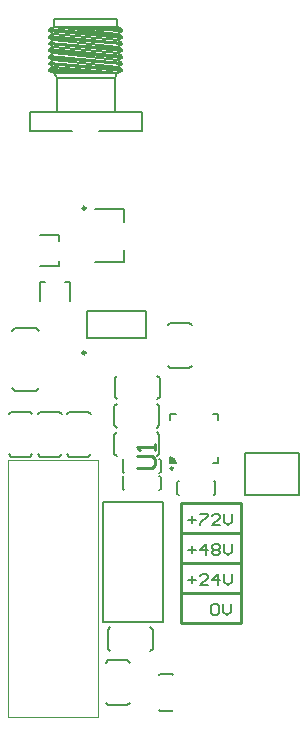
<source format=gto>
%FSAX24Y24*%
%MOIN*%
G70*
G01*
G75*
G04 Layer_Color=65535*
G04:AMPARAMS|DCode=10|XSize=17.7mil|YSize=43.3mil|CornerRadius=4.4mil|HoleSize=0mil|Usage=FLASHONLY|Rotation=180.000|XOffset=0mil|YOffset=0mil|HoleType=Round|Shape=RoundedRectangle|*
%AMROUNDEDRECTD10*
21,1,0.0177,0.0344,0,0,180.0*
21,1,0.0089,0.0433,0,0,180.0*
1,1,0.0089,-0.0044,0.0172*
1,1,0.0089,0.0044,0.0172*
1,1,0.0089,0.0044,-0.0172*
1,1,0.0089,-0.0044,-0.0172*
%
%ADD10ROUNDEDRECTD10*%
G04:AMPARAMS|DCode=11|XSize=84.6mil|YSize=84.6mil|CornerRadius=4.2mil|HoleSize=0mil|Usage=FLASHONLY|Rotation=90.000|XOffset=0mil|YOffset=0mil|HoleType=Round|Shape=RoundedRectangle|*
%AMROUNDEDRECTD11*
21,1,0.0846,0.0762,0,0,90.0*
21,1,0.0762,0.0846,0,0,90.0*
1,1,0.0085,0.0381,0.0381*
1,1,0.0085,0.0381,-0.0381*
1,1,0.0085,-0.0381,-0.0381*
1,1,0.0085,-0.0381,0.0381*
%
%ADD11ROUNDEDRECTD11*%
G04:AMPARAMS|DCode=12|XSize=17.7mil|YSize=43.3mil|CornerRadius=4.4mil|HoleSize=0mil|Usage=FLASHONLY|Rotation=270.000|XOffset=0mil|YOffset=0mil|HoleType=Round|Shape=RoundedRectangle|*
%AMROUNDEDRECTD12*
21,1,0.0177,0.0344,0,0,270.0*
21,1,0.0089,0.0433,0,0,270.0*
1,1,0.0089,-0.0172,-0.0044*
1,1,0.0089,-0.0172,0.0044*
1,1,0.0089,0.0172,0.0044*
1,1,0.0089,0.0172,-0.0044*
%
%ADD12ROUNDEDRECTD12*%
G04:AMPARAMS|DCode=13|XSize=59.1mil|YSize=51.2mil|CornerRadius=12.8mil|HoleSize=0mil|Usage=FLASHONLY|Rotation=270.000|XOffset=0mil|YOffset=0mil|HoleType=Round|Shape=RoundedRectangle|*
%AMROUNDEDRECTD13*
21,1,0.0591,0.0256,0,0,270.0*
21,1,0.0335,0.0512,0,0,270.0*
1,1,0.0256,-0.0128,-0.0167*
1,1,0.0256,-0.0128,0.0167*
1,1,0.0256,0.0128,0.0167*
1,1,0.0256,0.0128,-0.0167*
%
%ADD13ROUNDEDRECTD13*%
G04:AMPARAMS|DCode=14|XSize=39.4mil|YSize=39.4mil|CornerRadius=9.8mil|HoleSize=0mil|Usage=FLASHONLY|Rotation=180.000|XOffset=0mil|YOffset=0mil|HoleType=Round|Shape=RoundedRectangle|*
%AMROUNDEDRECTD14*
21,1,0.0394,0.0197,0,0,180.0*
21,1,0.0197,0.0394,0,0,180.0*
1,1,0.0197,-0.0098,0.0098*
1,1,0.0197,0.0098,0.0098*
1,1,0.0197,0.0098,-0.0098*
1,1,0.0197,-0.0098,-0.0098*
%
%ADD14ROUNDEDRECTD14*%
G04:AMPARAMS|DCode=15|XSize=32mil|YSize=40mil|CornerRadius=4mil|HoleSize=0mil|Usage=FLASHONLY|Rotation=270.000|XOffset=0mil|YOffset=0mil|HoleType=Round|Shape=RoundedRectangle|*
%AMROUNDEDRECTD15*
21,1,0.0320,0.0320,0,0,270.0*
21,1,0.0240,0.0400,0,0,270.0*
1,1,0.0080,-0.0160,-0.0120*
1,1,0.0080,-0.0160,0.0120*
1,1,0.0080,0.0160,0.0120*
1,1,0.0080,0.0160,-0.0120*
%
%ADD15ROUNDEDRECTD15*%
%ADD16R,0.1063X0.0669*%
%ADD17R,0.0512X0.0354*%
%ADD18R,0.0748X0.0354*%
%ADD19R,0.0630X0.1929*%
%ADD20R,0.0276X0.0925*%
G04:AMPARAMS|DCode=21|XSize=39.4mil|YSize=39.4mil|CornerRadius=9.8mil|HoleSize=0mil|Usage=FLASHONLY|Rotation=90.000|XOffset=0mil|YOffset=0mil|HoleType=Round|Shape=RoundedRectangle|*
%AMROUNDEDRECTD21*
21,1,0.0394,0.0197,0,0,90.0*
21,1,0.0197,0.0394,0,0,90.0*
1,1,0.0197,0.0098,0.0098*
1,1,0.0197,0.0098,-0.0098*
1,1,0.0197,-0.0098,-0.0098*
1,1,0.0197,-0.0098,0.0098*
%
%ADD21ROUNDEDRECTD21*%
G04:AMPARAMS|DCode=22|XSize=59.1mil|YSize=51.2mil|CornerRadius=12.8mil|HoleSize=0mil|Usage=FLASHONLY|Rotation=0.000|XOffset=0mil|YOffset=0mil|HoleType=Round|Shape=RoundedRectangle|*
%AMROUNDEDRECTD22*
21,1,0.0591,0.0256,0,0,0.0*
21,1,0.0335,0.0512,0,0,0.0*
1,1,0.0256,0.0167,-0.0128*
1,1,0.0256,-0.0167,-0.0128*
1,1,0.0256,-0.0167,0.0128*
1,1,0.0256,0.0167,0.0128*
%
%ADD22ROUNDEDRECTD22*%
G04:AMPARAMS|DCode=23|XSize=70.9mil|YSize=65mil|CornerRadius=4.9mil|HoleSize=0mil|Usage=FLASHONLY|Rotation=0.000|XOffset=0mil|YOffset=0mil|HoleType=Round|Shape=RoundedRectangle|*
%AMROUNDEDRECTD23*
21,1,0.0709,0.0552,0,0,0.0*
21,1,0.0611,0.0650,0,0,0.0*
1,1,0.0097,0.0306,-0.0276*
1,1,0.0097,-0.0306,-0.0276*
1,1,0.0097,-0.0306,0.0276*
1,1,0.0097,0.0306,0.0276*
%
%ADD23ROUNDEDRECTD23*%
G04:AMPARAMS|DCode=24|XSize=32mil|YSize=40mil|CornerRadius=4mil|HoleSize=0mil|Usage=FLASHONLY|Rotation=0.000|XOffset=0mil|YOffset=0mil|HoleType=Round|Shape=RoundedRectangle|*
%AMROUNDEDRECTD24*
21,1,0.0320,0.0320,0,0,0.0*
21,1,0.0240,0.0400,0,0,0.0*
1,1,0.0080,0.0120,-0.0160*
1,1,0.0080,-0.0120,-0.0160*
1,1,0.0080,-0.0120,0.0160*
1,1,0.0080,0.0120,0.0160*
%
%ADD24ROUNDEDRECTD24*%
%ADD25O,0.0236X0.0827*%
%ADD26R,0.0354X0.0217*%
%ADD27C,0.0118*%
%ADD28C,0.0197*%
%ADD29C,0.0079*%
%ADD30C,0.0100*%
%ADD31C,0.0080*%
%ADD32R,0.0256X0.0591*%
%ADD33R,0.0394X0.0217*%
%ADD34R,0.0217X0.0394*%
%ADD35R,0.0591X0.0256*%
%ADD36C,0.0591*%
%ADD37C,0.0630*%
G04:AMPARAMS|DCode=38|XSize=63mil|YSize=63mil|CornerRadius=7.9mil|HoleSize=0mil|Usage=FLASHONLY|Rotation=270.000|XOffset=0mil|YOffset=0mil|HoleType=Round|Shape=RoundedRectangle|*
%AMROUNDEDRECTD38*
21,1,0.0630,0.0472,0,0,270.0*
21,1,0.0472,0.0630,0,0,270.0*
1,1,0.0157,-0.0236,-0.0236*
1,1,0.0157,-0.0236,0.0236*
1,1,0.0157,0.0236,0.0236*
1,1,0.0157,0.0236,-0.0236*
%
%ADD38ROUNDEDRECTD38*%
%ADD39C,0.0600*%
%ADD40R,0.0600X0.0600*%
%ADD41C,0.0256*%
%ADD42C,0.0098*%
%ADD43C,0.0059*%
%ADD44C,0.0039*%
%ADD45C,0.0071*%
G36*
X046693Y036227D02*
Y036150D01*
X046506D01*
Y036337D01*
X046583D01*
X046693Y036227D01*
D02*
G37*
D29*
Y036150D02*
G03*
X046506Y036337I-000187J000000D01*
G01*
Y036150D02*
X046693D01*
X046506D02*
Y036337D01*
Y037577D02*
Y037764D01*
X046693D01*
X047933D02*
X048120D01*
Y037577D02*
Y037764D01*
Y036150D02*
Y036337D01*
X047933Y036150D02*
X048120D01*
X042165Y042707D02*
X042805D01*
X042165Y043730D02*
X042805D01*
Y043553D02*
Y043730D01*
Y042707D02*
Y042884D01*
X044967Y042825D02*
Y043258D01*
Y044163D02*
Y044596D01*
X043990Y042825D02*
X044967D01*
X043990Y044596D02*
X044967D01*
X041827Y047205D02*
X043253D01*
X041827D02*
Y047854D01*
X045575Y047205D02*
Y047854D01*
X042652Y050675D02*
X044919Y050592D01*
X042652Y050675D02*
X044919Y050538D01*
X042652Y050675D02*
X044770Y050455D01*
X042483Y050592D02*
X044919Y050372D01*
X042483Y050538D02*
X044919Y050317D01*
X042632Y050455D02*
X044770Y050234D01*
X042483Y050372D02*
X044919Y050151D01*
X042483Y050317D02*
X044919Y050097D01*
X042632Y050234D02*
X044770Y050014D01*
X042483Y050151D02*
X044919Y049931D01*
X042483Y050097D02*
X044919Y049876D01*
X042632Y050014D02*
X044770Y049793D01*
X042483Y049931D02*
X044919Y049710D01*
X042483Y049876D02*
X044919Y049656D01*
X042632Y049793D02*
X044770Y049573D01*
X042483Y049710D02*
X044919Y049490D01*
X042483Y049656D02*
X044919Y049435D01*
X042483Y049269D02*
X044769Y049132D01*
X042483Y049215D02*
X044750Y049132D01*
X042632Y049352D02*
X044769Y049132D01*
X042632Y049573D02*
X044770Y049352D01*
X042483Y049490D02*
X044919Y049269D01*
X042483Y049435D02*
X044919Y049215D01*
X042735Y047854D02*
Y048984D01*
X042652Y050675D02*
Y050957D01*
X044750D01*
Y050675D02*
Y050957D01*
X044664Y047854D02*
Y048984D01*
X042735D02*
X044664D01*
X042652Y049132D02*
X042735Y048984D01*
X042632Y049132D02*
X044769D01*
X042483Y049215D02*
X042632Y049132D01*
X042483Y049215D02*
Y049269D01*
X042632Y049352D01*
X042483Y049435D02*
X042632Y049352D01*
X042483Y049435D02*
Y049490D01*
X042632Y049573D01*
X042483Y049656D02*
X042632Y049573D01*
X042483Y049656D02*
Y049710D01*
X042632Y049793D01*
X042483Y049876D02*
X042632Y049793D01*
X042483Y049876D02*
Y049931D01*
X042632Y050014D01*
X042483Y050097D02*
X042632Y050014D01*
X042483Y050097D02*
Y050151D01*
X042632Y050234D01*
X042483Y050317D02*
X042632Y050234D01*
X042483Y050317D02*
Y050372D01*
X042632Y050455D01*
X042483Y050538D02*
X042632Y050455D01*
X042483Y050538D02*
Y050592D01*
X042652Y050675D01*
X044770D01*
X044919Y050592D01*
Y050538D02*
Y050592D01*
X044770Y050455D02*
X044919Y050538D01*
X044770Y050455D02*
X044919Y050372D01*
Y050317D02*
Y050372D01*
X044770Y050234D02*
X044919Y050317D01*
X044770Y050234D02*
X044919Y050151D01*
Y050097D02*
Y050151D01*
X044770Y050014D02*
X044919Y050097D01*
X044770Y050014D02*
X044919Y049931D01*
Y049876D02*
Y049931D01*
X044770Y049793D02*
X044919Y049876D01*
X044770Y049793D02*
X044919Y049710D01*
Y049656D02*
Y049710D01*
X044770Y049573D02*
X044919Y049656D01*
X044770Y049573D02*
X044919Y049490D01*
Y049435D02*
Y049490D01*
X044770Y049352D02*
X044919Y049435D01*
X044770Y049352D02*
X044919Y049269D01*
Y049215D02*
Y049269D01*
X044769Y049132D02*
X044919Y049215D01*
X044664Y048984D02*
X044750Y049132D01*
X044149Y047205D02*
X045575D01*
X041827Y047854D02*
X045575D01*
X041243Y038637D02*
X041343Y038537D01*
X042043D01*
X042143Y038637D01*
X041243Y040537D02*
X041343Y040637D01*
X042043D01*
X042143Y040537D01*
X043002Y042175D02*
X043179D01*
X042156D02*
X042333D01*
X042156Y041535D02*
Y042175D01*
X043179Y041535D02*
Y042175D01*
X044276Y034825D02*
X046276D01*
X044276Y030825D02*
Y034825D01*
X046276Y030825D02*
Y034825D01*
X044276Y030825D02*
X046276D01*
D30*
X046870Y034809D02*
X048870D01*
Y031809D02*
Y034809D01*
X046870Y031809D02*
X048870D01*
X046870D02*
Y034809D01*
Y033809D02*
X048870D01*
X046870Y032809D02*
X048870D01*
X046870Y030809D02*
Y031809D01*
Y030809D02*
X048870D01*
Y031809D01*
X045418Y035982D02*
X045918D01*
X046018Y036082D01*
Y036282D01*
X045918Y036382D01*
X045418D01*
X046018Y036581D02*
Y036781D01*
Y036681D01*
X045418D01*
X045518Y036581D01*
D42*
X046604Y035972D02*
G03*
X046604Y035972I-000039J000000D01*
G01*
X043695Y044636D02*
G03*
X043695Y044636I-000049J000000D01*
G01*
X043689Y039813D02*
G03*
X043689Y039813I-000049J000000D01*
G01*
D43*
X046142Y036457D02*
Y037087D01*
X046063Y037165D02*
X046142Y037087D01*
X046063Y036378D02*
X046142Y036457D01*
X044646Y037087D02*
X044724Y037165D01*
X044646Y036457D02*
X044724Y036378D01*
X044646Y036457D02*
Y037087D01*
X046201Y029124D02*
X046516D01*
X046161D02*
X046201D01*
X046122Y029085D02*
X046161Y029124D01*
X046516D02*
X046555D01*
X046594Y029085D01*
X046122Y027904D02*
X046161Y027864D01*
X046201D01*
X046555D02*
X046594Y027904D01*
X046516Y027864D02*
X046555D01*
X046201D02*
X046516D01*
X046191Y035876D02*
Y036191D01*
Y036230D01*
X046152Y036270D02*
X046191Y036230D01*
Y035837D02*
Y035876D01*
X046152Y035797D02*
X046191Y035837D01*
X044931Y036230D02*
X044970Y036270D01*
X044931Y036191D02*
Y036230D01*
Y035837D02*
X044970Y035797D01*
X044931Y035837D02*
Y035876D01*
Y036191D01*
X044646Y037402D02*
Y038031D01*
Y037402D02*
X044724Y037323D01*
X044646Y038031D02*
X044724Y038110D01*
X046063Y037323D02*
X046142Y037402D01*
X046063Y038110D02*
X046142Y038031D01*
Y037402D02*
Y038031D01*
X046516Y040807D02*
X047146D01*
X046437Y040728D02*
X046516Y040807D01*
X047146D02*
X047224Y040728D01*
X046437Y039390D02*
X046516Y039311D01*
X047146D02*
X047224Y039390D01*
X046516Y039311D02*
X047146D01*
X044665Y038346D02*
Y038976D01*
Y038346D02*
X044744Y038268D01*
X044665Y038976D02*
X044744Y039055D01*
X046083Y038268D02*
X046161Y038346D01*
X046083Y039055D02*
X046161Y038976D01*
Y038346D02*
Y038976D01*
X043150Y037844D02*
X043780D01*
X043071Y037766D02*
X043150Y037844D01*
X043780D02*
X043858Y037766D01*
X043071Y036427D02*
X043150Y036348D01*
X043780D02*
X043858Y036427D01*
X043150Y036348D02*
X043780D01*
X042185Y037854D02*
X042815D01*
X042106Y037776D02*
X042185Y037854D01*
X042815D02*
X042894Y037776D01*
X042106Y036437D02*
X042185Y036358D01*
X042815D02*
X042894Y036437D01*
X042185Y036358D02*
X042815D01*
X041211Y037854D02*
X041841D01*
X041132Y037776D02*
X041211Y037854D01*
X041841D02*
X041919Y037776D01*
X041132Y036437D02*
X041211Y036358D01*
X041841D02*
X041919Y036437D01*
X041211Y036358D02*
X041841D01*
X045925Y029951D02*
Y030581D01*
X045846Y030659D02*
X045925Y030581D01*
X045846Y029872D02*
X045925Y029951D01*
X044429Y030581D02*
X044508Y030659D01*
X044429Y029951D02*
X044508Y029872D01*
X044429Y029951D02*
Y030581D01*
X046191Y035305D02*
Y035620D01*
Y035659D01*
X046152Y035699D02*
X046191Y035659D01*
Y035266D02*
Y035305D01*
X046152Y035226D02*
X046191Y035266D01*
X044931Y035659D02*
X044970Y035699D01*
X044931Y035620D02*
Y035659D01*
Y035266D02*
X044970Y035226D01*
X044931Y035266D02*
Y035305D01*
Y035620D01*
X048012Y035148D02*
Y035463D01*
Y035502D01*
X047972Y035541D02*
X048012Y035502D01*
Y035108D02*
Y035148D01*
X047972Y035069D02*
X048012Y035108D01*
X046752Y035502D02*
X046791Y035541D01*
X046752Y035463D02*
Y035502D01*
Y035108D02*
X046791Y035069D01*
X046752Y035108D02*
Y035148D01*
Y035463D01*
X045709Y040308D02*
Y041208D01*
X043740Y040308D02*
Y041208D01*
X045709D01*
X043740Y040308D02*
X045709D01*
X044449Y028071D02*
X045079D01*
X045157Y028150D01*
X044370D02*
X044449Y028071D01*
X045079Y029567D02*
X045157Y029488D01*
X044370D02*
X044449Y029567D01*
X045079D01*
D44*
X041102Y027678D02*
Y036228D01*
X044102D01*
Y027678D02*
Y036228D01*
X041102Y027678D02*
X044102D01*
D45*
X049016Y035074D02*
X050802D01*
X050817Y035089D01*
Y036484D01*
X049016D02*
X050817D01*
X049016Y035074D02*
Y036484D01*
X047120Y032256D02*
X047382D01*
X047251Y032387D02*
Y032125D01*
X047776Y032059D02*
X047514D01*
X047776Y032321D01*
Y032387D01*
X047710Y032453D01*
X047579D01*
X047514Y032387D01*
X048104Y032059D02*
Y032453D01*
X047907Y032256D01*
X048170D01*
X048301Y032453D02*
Y032190D01*
X048432Y032059D01*
X048563Y032190D01*
Y032453D01*
X047120Y032256D02*
X047382D01*
X047251Y032387D02*
Y032125D01*
X047776Y032059D02*
X047514D01*
X047776Y032321D01*
Y032387D01*
X047710Y032453D01*
X047579D01*
X047514Y032387D01*
X048104Y032059D02*
Y032453D01*
X047907Y032256D01*
X048170D01*
X048301Y032453D02*
Y032190D01*
X048432Y032059D01*
X048563Y032190D01*
Y032453D01*
X047120Y033256D02*
X047382D01*
X047251Y033387D02*
Y033125D01*
X047710Y033059D02*
Y033453D01*
X047514Y033256D01*
X047776D01*
X047907Y033387D02*
X047973Y033453D01*
X048104D01*
X048170Y033387D01*
Y033321D01*
X048104Y033256D01*
X048170Y033190D01*
Y033125D01*
X048104Y033059D01*
X047973D01*
X047907Y033125D01*
Y033190D01*
X047973Y033256D01*
X047907Y033321D01*
Y033387D01*
X047973Y033256D02*
X048104D01*
X048301Y033453D02*
Y033190D01*
X048432Y033059D01*
X048563Y033190D01*
Y033453D01*
X047120Y034256D02*
X047382D01*
X047251Y034387D02*
Y034125D01*
X047514Y034453D02*
X047776D01*
Y034387D01*
X047514Y034125D01*
Y034059D01*
X048170D02*
X047907D01*
X048170Y034321D01*
Y034387D01*
X048104Y034453D01*
X047973D01*
X047907Y034387D01*
X048301Y034453D02*
Y034190D01*
X048432Y034059D01*
X048563Y034190D01*
Y034453D01*
X047870Y031387D02*
X047936Y031453D01*
X048067D01*
X048132Y031387D01*
Y031125D01*
X048067Y031059D01*
X047936D01*
X047870Y031125D01*
Y031387D01*
X048264Y031453D02*
Y031190D01*
X048395Y031059D01*
X048526Y031190D01*
Y031453D01*
M02*

</source>
